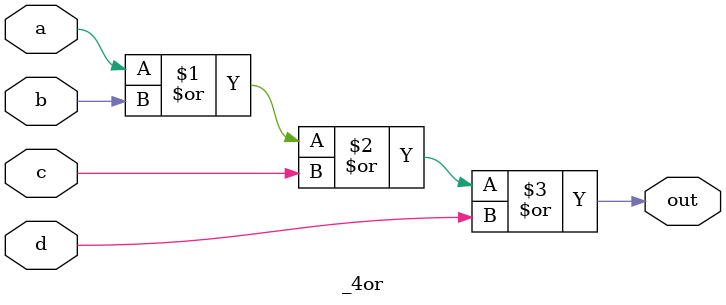
<source format=v>
module _4or(

	input a,
	input b,
	input c,
	input d,
	
	output out
);

	or res_or(out,a,b,c,d);

endmodule 
</source>
